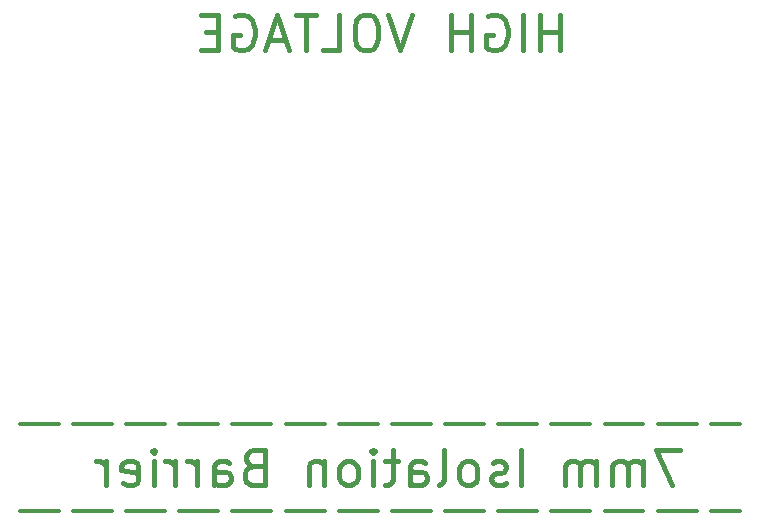
<source format=gbr>
%TF.GenerationSoftware,KiCad,Pcbnew,7.0.5*%
%TF.CreationDate,2025-04-14T03:26:47-04:00*%
%TF.ProjectId,okay_this_one_is_not_work,6f6b6179-5f74-4686-9973-5f6f6e655f69,rev?*%
%TF.SameCoordinates,Original*%
%TF.FileFunction,Legend,Bot*%
%TF.FilePolarity,Positive*%
%FSLAX46Y46*%
G04 Gerber Fmt 4.6, Leading zero omitted, Abs format (unit mm)*
G04 Created by KiCad (PCBNEW 7.0.5) date 2025-04-14 03:26:47*
%MOMM*%
%LPD*%
G01*
G04 APERTURE LIST*
%ADD10C,0.450000*%
%ADD11C,0.300000*%
G04 APERTURE END LIST*
D10*
X73895701Y-52711176D02*
X71895701Y-52711176D01*
X71895701Y-52711176D02*
X73181415Y-55711176D01*
X70752844Y-55711176D02*
X70752844Y-53711176D01*
X70752844Y-53996890D02*
X70609987Y-53854033D01*
X70609987Y-53854033D02*
X70324272Y-53711176D01*
X70324272Y-53711176D02*
X69895701Y-53711176D01*
X69895701Y-53711176D02*
X69609987Y-53854033D01*
X69609987Y-53854033D02*
X69467130Y-54139747D01*
X69467130Y-54139747D02*
X69467130Y-55711176D01*
X69467130Y-54139747D02*
X69324272Y-53854033D01*
X69324272Y-53854033D02*
X69038558Y-53711176D01*
X69038558Y-53711176D02*
X68609987Y-53711176D01*
X68609987Y-53711176D02*
X68324272Y-53854033D01*
X68324272Y-53854033D02*
X68181415Y-54139747D01*
X68181415Y-54139747D02*
X68181415Y-55711176D01*
X66752844Y-55711176D02*
X66752844Y-53711176D01*
X66752844Y-53996890D02*
X66609987Y-53854033D01*
X66609987Y-53854033D02*
X66324272Y-53711176D01*
X66324272Y-53711176D02*
X65895701Y-53711176D01*
X65895701Y-53711176D02*
X65609987Y-53854033D01*
X65609987Y-53854033D02*
X65467130Y-54139747D01*
X65467130Y-54139747D02*
X65467130Y-55711176D01*
X65467130Y-54139747D02*
X65324272Y-53854033D01*
X65324272Y-53854033D02*
X65038558Y-53711176D01*
X65038558Y-53711176D02*
X64609987Y-53711176D01*
X64609987Y-53711176D02*
X64324272Y-53854033D01*
X64324272Y-53854033D02*
X64181415Y-54139747D01*
X64181415Y-54139747D02*
X64181415Y-55711176D01*
X60467130Y-55711176D02*
X60467130Y-52711176D01*
X59181416Y-55568319D02*
X58895702Y-55711176D01*
X58895702Y-55711176D02*
X58324273Y-55711176D01*
X58324273Y-55711176D02*
X58038559Y-55568319D01*
X58038559Y-55568319D02*
X57895702Y-55282604D01*
X57895702Y-55282604D02*
X57895702Y-55139747D01*
X57895702Y-55139747D02*
X58038559Y-54854033D01*
X58038559Y-54854033D02*
X58324273Y-54711176D01*
X58324273Y-54711176D02*
X58752845Y-54711176D01*
X58752845Y-54711176D02*
X59038559Y-54568319D01*
X59038559Y-54568319D02*
X59181416Y-54282604D01*
X59181416Y-54282604D02*
X59181416Y-54139747D01*
X59181416Y-54139747D02*
X59038559Y-53854033D01*
X59038559Y-53854033D02*
X58752845Y-53711176D01*
X58752845Y-53711176D02*
X58324273Y-53711176D01*
X58324273Y-53711176D02*
X58038559Y-53854033D01*
X56181416Y-55711176D02*
X56467131Y-55568319D01*
X56467131Y-55568319D02*
X56609988Y-55425461D01*
X56609988Y-55425461D02*
X56752845Y-55139747D01*
X56752845Y-55139747D02*
X56752845Y-54282604D01*
X56752845Y-54282604D02*
X56609988Y-53996890D01*
X56609988Y-53996890D02*
X56467131Y-53854033D01*
X56467131Y-53854033D02*
X56181416Y-53711176D01*
X56181416Y-53711176D02*
X55752845Y-53711176D01*
X55752845Y-53711176D02*
X55467131Y-53854033D01*
X55467131Y-53854033D02*
X55324274Y-53996890D01*
X55324274Y-53996890D02*
X55181416Y-54282604D01*
X55181416Y-54282604D02*
X55181416Y-55139747D01*
X55181416Y-55139747D02*
X55324274Y-55425461D01*
X55324274Y-55425461D02*
X55467131Y-55568319D01*
X55467131Y-55568319D02*
X55752845Y-55711176D01*
X55752845Y-55711176D02*
X56181416Y-55711176D01*
X53467130Y-55711176D02*
X53752845Y-55568319D01*
X53752845Y-55568319D02*
X53895702Y-55282604D01*
X53895702Y-55282604D02*
X53895702Y-52711176D01*
X51038559Y-55711176D02*
X51038559Y-54139747D01*
X51038559Y-54139747D02*
X51181416Y-53854033D01*
X51181416Y-53854033D02*
X51467130Y-53711176D01*
X51467130Y-53711176D02*
X52038559Y-53711176D01*
X52038559Y-53711176D02*
X52324273Y-53854033D01*
X51038559Y-55568319D02*
X51324273Y-55711176D01*
X51324273Y-55711176D02*
X52038559Y-55711176D01*
X52038559Y-55711176D02*
X52324273Y-55568319D01*
X52324273Y-55568319D02*
X52467130Y-55282604D01*
X52467130Y-55282604D02*
X52467130Y-54996890D01*
X52467130Y-54996890D02*
X52324273Y-54711176D01*
X52324273Y-54711176D02*
X52038559Y-54568319D01*
X52038559Y-54568319D02*
X51324273Y-54568319D01*
X51324273Y-54568319D02*
X51038559Y-54425461D01*
X50038558Y-53711176D02*
X48895701Y-53711176D01*
X49609987Y-52711176D02*
X49609987Y-55282604D01*
X49609987Y-55282604D02*
X49467130Y-55568319D01*
X49467130Y-55568319D02*
X49181415Y-55711176D01*
X49181415Y-55711176D02*
X48895701Y-55711176D01*
X47895701Y-55711176D02*
X47895701Y-53711176D01*
X47895701Y-52711176D02*
X48038558Y-52854033D01*
X48038558Y-52854033D02*
X47895701Y-52996890D01*
X47895701Y-52996890D02*
X47752844Y-52854033D01*
X47752844Y-52854033D02*
X47895701Y-52711176D01*
X47895701Y-52711176D02*
X47895701Y-52996890D01*
X46038558Y-55711176D02*
X46324273Y-55568319D01*
X46324273Y-55568319D02*
X46467130Y-55425461D01*
X46467130Y-55425461D02*
X46609987Y-55139747D01*
X46609987Y-55139747D02*
X46609987Y-54282604D01*
X46609987Y-54282604D02*
X46467130Y-53996890D01*
X46467130Y-53996890D02*
X46324273Y-53854033D01*
X46324273Y-53854033D02*
X46038558Y-53711176D01*
X46038558Y-53711176D02*
X45609987Y-53711176D01*
X45609987Y-53711176D02*
X45324273Y-53854033D01*
X45324273Y-53854033D02*
X45181416Y-53996890D01*
X45181416Y-53996890D02*
X45038558Y-54282604D01*
X45038558Y-54282604D02*
X45038558Y-55139747D01*
X45038558Y-55139747D02*
X45181416Y-55425461D01*
X45181416Y-55425461D02*
X45324273Y-55568319D01*
X45324273Y-55568319D02*
X45609987Y-55711176D01*
X45609987Y-55711176D02*
X46038558Y-55711176D01*
X43752844Y-53711176D02*
X43752844Y-55711176D01*
X43752844Y-53996890D02*
X43609987Y-53854033D01*
X43609987Y-53854033D02*
X43324272Y-53711176D01*
X43324272Y-53711176D02*
X42895701Y-53711176D01*
X42895701Y-53711176D02*
X42609987Y-53854033D01*
X42609987Y-53854033D02*
X42467130Y-54139747D01*
X42467130Y-54139747D02*
X42467130Y-55711176D01*
X37752844Y-54139747D02*
X37324272Y-54282604D01*
X37324272Y-54282604D02*
X37181415Y-54425461D01*
X37181415Y-54425461D02*
X37038558Y-54711176D01*
X37038558Y-54711176D02*
X37038558Y-55139747D01*
X37038558Y-55139747D02*
X37181415Y-55425461D01*
X37181415Y-55425461D02*
X37324272Y-55568319D01*
X37324272Y-55568319D02*
X37609987Y-55711176D01*
X37609987Y-55711176D02*
X38752844Y-55711176D01*
X38752844Y-55711176D02*
X38752844Y-52711176D01*
X38752844Y-52711176D02*
X37752844Y-52711176D01*
X37752844Y-52711176D02*
X37467130Y-52854033D01*
X37467130Y-52854033D02*
X37324272Y-52996890D01*
X37324272Y-52996890D02*
X37181415Y-53282604D01*
X37181415Y-53282604D02*
X37181415Y-53568319D01*
X37181415Y-53568319D02*
X37324272Y-53854033D01*
X37324272Y-53854033D02*
X37467130Y-53996890D01*
X37467130Y-53996890D02*
X37752844Y-54139747D01*
X37752844Y-54139747D02*
X38752844Y-54139747D01*
X34467130Y-55711176D02*
X34467130Y-54139747D01*
X34467130Y-54139747D02*
X34609987Y-53854033D01*
X34609987Y-53854033D02*
X34895701Y-53711176D01*
X34895701Y-53711176D02*
X35467130Y-53711176D01*
X35467130Y-53711176D02*
X35752844Y-53854033D01*
X34467130Y-55568319D02*
X34752844Y-55711176D01*
X34752844Y-55711176D02*
X35467130Y-55711176D01*
X35467130Y-55711176D02*
X35752844Y-55568319D01*
X35752844Y-55568319D02*
X35895701Y-55282604D01*
X35895701Y-55282604D02*
X35895701Y-54996890D01*
X35895701Y-54996890D02*
X35752844Y-54711176D01*
X35752844Y-54711176D02*
X35467130Y-54568319D01*
X35467130Y-54568319D02*
X34752844Y-54568319D01*
X34752844Y-54568319D02*
X34467130Y-54425461D01*
X33038558Y-55711176D02*
X33038558Y-53711176D01*
X33038558Y-54282604D02*
X32895701Y-53996890D01*
X32895701Y-53996890D02*
X32752844Y-53854033D01*
X32752844Y-53854033D02*
X32467129Y-53711176D01*
X32467129Y-53711176D02*
X32181415Y-53711176D01*
X31181415Y-55711176D02*
X31181415Y-53711176D01*
X31181415Y-54282604D02*
X31038558Y-53996890D01*
X31038558Y-53996890D02*
X30895701Y-53854033D01*
X30895701Y-53854033D02*
X30609986Y-53711176D01*
X30609986Y-53711176D02*
X30324272Y-53711176D01*
X29324272Y-55711176D02*
X29324272Y-53711176D01*
X29324272Y-52711176D02*
X29467129Y-52854033D01*
X29467129Y-52854033D02*
X29324272Y-52996890D01*
X29324272Y-52996890D02*
X29181415Y-52854033D01*
X29181415Y-52854033D02*
X29324272Y-52711176D01*
X29324272Y-52711176D02*
X29324272Y-52996890D01*
X26752844Y-55568319D02*
X27038558Y-55711176D01*
X27038558Y-55711176D02*
X27609987Y-55711176D01*
X27609987Y-55711176D02*
X27895701Y-55568319D01*
X27895701Y-55568319D02*
X28038558Y-55282604D01*
X28038558Y-55282604D02*
X28038558Y-54139747D01*
X28038558Y-54139747D02*
X27895701Y-53854033D01*
X27895701Y-53854033D02*
X27609987Y-53711176D01*
X27609987Y-53711176D02*
X27038558Y-53711176D01*
X27038558Y-53711176D02*
X26752844Y-53854033D01*
X26752844Y-53854033D02*
X26609987Y-54139747D01*
X26609987Y-54139747D02*
X26609987Y-54425461D01*
X26609987Y-54425461D02*
X28038558Y-54711176D01*
X25324272Y-55711176D02*
X25324272Y-53711176D01*
X25324272Y-54282604D02*
X25181415Y-53996890D01*
X25181415Y-53996890D02*
X25038558Y-53854033D01*
X25038558Y-53854033D02*
X24752843Y-53711176D01*
X24752843Y-53711176D02*
X24467129Y-53711176D01*
X63774084Y-18900023D02*
X63774084Y-15900023D01*
X63774084Y-17328594D02*
X62059798Y-17328594D01*
X62059798Y-18900023D02*
X62059798Y-15900023D01*
X60631227Y-18900023D02*
X60631227Y-15900023D01*
X57631227Y-16042880D02*
X57916942Y-15900023D01*
X57916942Y-15900023D02*
X58345513Y-15900023D01*
X58345513Y-15900023D02*
X58774084Y-16042880D01*
X58774084Y-16042880D02*
X59059799Y-16328594D01*
X59059799Y-16328594D02*
X59202656Y-16614308D01*
X59202656Y-16614308D02*
X59345513Y-17185737D01*
X59345513Y-17185737D02*
X59345513Y-17614308D01*
X59345513Y-17614308D02*
X59202656Y-18185737D01*
X59202656Y-18185737D02*
X59059799Y-18471451D01*
X59059799Y-18471451D02*
X58774084Y-18757166D01*
X58774084Y-18757166D02*
X58345513Y-18900023D01*
X58345513Y-18900023D02*
X58059799Y-18900023D01*
X58059799Y-18900023D02*
X57631227Y-18757166D01*
X57631227Y-18757166D02*
X57488370Y-18614308D01*
X57488370Y-18614308D02*
X57488370Y-17614308D01*
X57488370Y-17614308D02*
X58059799Y-17614308D01*
X56202656Y-18900023D02*
X56202656Y-15900023D01*
X56202656Y-17328594D02*
X54488370Y-17328594D01*
X54488370Y-18900023D02*
X54488370Y-15900023D01*
X51202656Y-15900023D02*
X50202656Y-18900023D01*
X50202656Y-18900023D02*
X49202656Y-15900023D01*
X47631227Y-15900023D02*
X47059799Y-15900023D01*
X47059799Y-15900023D02*
X46774084Y-16042880D01*
X46774084Y-16042880D02*
X46488370Y-16328594D01*
X46488370Y-16328594D02*
X46345513Y-16900023D01*
X46345513Y-16900023D02*
X46345513Y-17900023D01*
X46345513Y-17900023D02*
X46488370Y-18471451D01*
X46488370Y-18471451D02*
X46774084Y-18757166D01*
X46774084Y-18757166D02*
X47059799Y-18900023D01*
X47059799Y-18900023D02*
X47631227Y-18900023D01*
X47631227Y-18900023D02*
X47916942Y-18757166D01*
X47916942Y-18757166D02*
X48202656Y-18471451D01*
X48202656Y-18471451D02*
X48345513Y-17900023D01*
X48345513Y-17900023D02*
X48345513Y-16900023D01*
X48345513Y-16900023D02*
X48202656Y-16328594D01*
X48202656Y-16328594D02*
X47916942Y-16042880D01*
X47916942Y-16042880D02*
X47631227Y-15900023D01*
X43631227Y-18900023D02*
X45059799Y-18900023D01*
X45059799Y-18900023D02*
X45059799Y-15900023D01*
X43059799Y-15900023D02*
X41345514Y-15900023D01*
X42202656Y-18900023D02*
X42202656Y-15900023D01*
X40488371Y-18042880D02*
X39059800Y-18042880D01*
X40774085Y-18900023D02*
X39774085Y-15900023D01*
X39774085Y-15900023D02*
X38774085Y-18900023D01*
X36202656Y-16042880D02*
X36488371Y-15900023D01*
X36488371Y-15900023D02*
X36916942Y-15900023D01*
X36916942Y-15900023D02*
X37345513Y-16042880D01*
X37345513Y-16042880D02*
X37631228Y-16328594D01*
X37631228Y-16328594D02*
X37774085Y-16614308D01*
X37774085Y-16614308D02*
X37916942Y-17185737D01*
X37916942Y-17185737D02*
X37916942Y-17614308D01*
X37916942Y-17614308D02*
X37774085Y-18185737D01*
X37774085Y-18185737D02*
X37631228Y-18471451D01*
X37631228Y-18471451D02*
X37345513Y-18757166D01*
X37345513Y-18757166D02*
X36916942Y-18900023D01*
X36916942Y-18900023D02*
X36631228Y-18900023D01*
X36631228Y-18900023D02*
X36202656Y-18757166D01*
X36202656Y-18757166D02*
X36059799Y-18614308D01*
X36059799Y-18614308D02*
X36059799Y-17614308D01*
X36059799Y-17614308D02*
X36631228Y-17614308D01*
X34774085Y-17328594D02*
X33774085Y-17328594D01*
X33345513Y-18900023D02*
X34774085Y-18900023D01*
X34774085Y-18900023D02*
X34774085Y-15900023D01*
X34774085Y-15900023D02*
X33345513Y-15900023D01*
D11*
X18007798Y-57888000D02*
X21307798Y-57888000D01*
X22507798Y-57888000D02*
X25807798Y-57888000D01*
X27007798Y-57888000D02*
X30307798Y-57888000D01*
X31507798Y-57888000D02*
X34807798Y-57888000D01*
X36007798Y-57888000D02*
X39307798Y-57888000D01*
X40507798Y-57888000D02*
X43807798Y-57888000D01*
X45007798Y-57888000D02*
X48307798Y-57888000D01*
X49507798Y-57888000D02*
X52807798Y-57888000D01*
X54007798Y-57888000D02*
X57307798Y-57888000D01*
X58507798Y-57888000D02*
X61807798Y-57888000D01*
X63007798Y-57888000D02*
X66307798Y-57888000D01*
X67507798Y-57888000D02*
X70807798Y-57888000D01*
X72007798Y-57888000D02*
X75307798Y-57888000D01*
X76507798Y-57888000D02*
X78967798Y-57888000D01*
X18007798Y-50572800D02*
X21307798Y-50572800D01*
X22507798Y-50572800D02*
X25807798Y-50572800D01*
X27007798Y-50572800D02*
X30307798Y-50572800D01*
X31507798Y-50572800D02*
X34807798Y-50572800D01*
X36007798Y-50572800D02*
X39307798Y-50572800D01*
X40507798Y-50572800D02*
X43807798Y-50572800D01*
X45007798Y-50572800D02*
X48307798Y-50572800D01*
X49507798Y-50572800D02*
X52807798Y-50572800D01*
X54007798Y-50572800D02*
X57307798Y-50572800D01*
X58507798Y-50572800D02*
X61807798Y-50572800D01*
X63007798Y-50572800D02*
X66307798Y-50572800D01*
X67507798Y-50572800D02*
X70807798Y-50572800D01*
X72007798Y-50572800D02*
X75307798Y-50572800D01*
X76507798Y-50572800D02*
X78967798Y-50572800D01*
M02*

</source>
